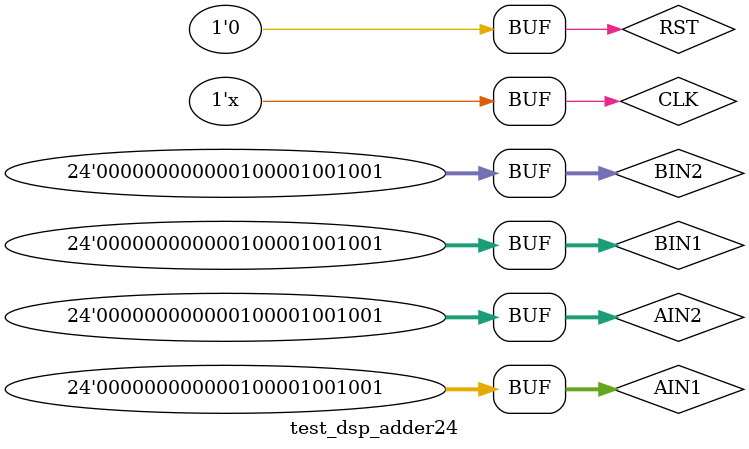
<source format=v>
`timescale 1ns/1ps

module test_dsp_adder24;

parameter CLK_PERIOD = 10;

	
reg           CLK, RST;
reg   [23:0]  AIN1, AIN2;
reg   [23:0]  BIN1, BIN2;
wire  [24:0]  OUT1, OUT2;



dsp_adder24 test(.AIN1(AIN1), .AIN2(AIN2), .BIN1(BIN1), .BIN2(BIN2), .CLK(CLK), .RST(RST), 
.OUT1(OUT1), .OUT2(OUT2));



initial 
begin
CLK <= 1'b0;
RST <= 1'b1;
#20 RST <= 1'b0;
end

initial 
begin


end


always
#(CLK_PERIOD/2) CLK = ~CLK;

initial
begin
#15 AIN1 <= 24'd8299999; 
#65 AIN1 <= 24'd2020;
#65 AIN1 <= 24'd10;
#65 AIN1 <= 24'd1115;
#65 AIN1 <= 24'd1231;
#65 AIN1 <= 24'd1333;
#70 AIN1 <= 24'd2222;
#70 AIN1 <= 24'd2121;
end

initial
begin
#15 AIN2 <= 24'd01010010; 
#65 AIN2 <= 24'd8388607;
#65 AIN2 <= 24'd10;
#65 AIN2 <= 24'd1115;
#65 AIN2 <= 24'd1231;
#65 AIN2 <= 24'd1333;
#70 AIN2 <= 24'd2222;
#70 AIN2 <= 24'd2121;
end


initial
begin
#15 BIN1 <= 24'd8288888; 
#65 BIN1 <= 24'd2020;
#65 BIN1 <= 24'd10;
#65 BIN1 <= 24'd1115;
#65 BIN1 <= 24'd1231;
#65 BIN1 <= 24'd1333;
#70 BIN1 <= 24'd2222;
#70 BIN1 <= 24'd2121;
end

initial
begin
#15 BIN2 <= 24'd512; 
#65 BIN2 <= 24'd8388607;
#65 BIN2 <= 24'd10;
#65 BIN2 <= 24'd1115;
#65 BIN2 <= 24'd1231;
#65 BIN2 <= 24'd1333;
#70 BIN2 <= 24'd2222;
#70 BIN2 <= 24'd2121;
end

initial 

$monitor ($time, "clk=%b", CLK, " OUT1 = %h", OUT1);
endmodule



</source>
